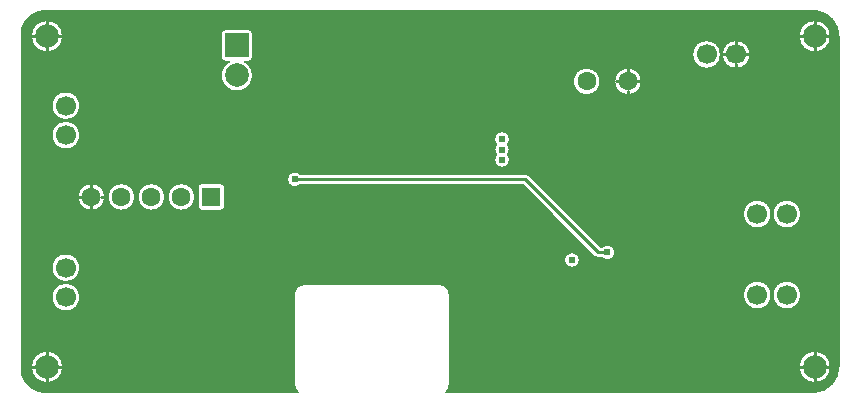
<source format=gbl>
G04 Layer: BottomLayer*
G04 EasyEDA Pro v2.2.45.4, 2026-02-21 16:19:53*
G04 Gerber Generator version 0.3*
G04 Scale: 100 percent, Rotated: No, Reflected: No*
G04 Dimensions in millimeters*
G04 Leading zeros omitted, absolute positions, 4 integers and 5 decimals*
G04 Generated by one-click*
%FSLAX45Y45*%
%MOMM*%
%ADD10C,0.2032*%
%ADD11C,0.254*%
%ADD12C,1.7*%
%ADD13C,1.6*%
%ADD14C,2.0*%
%ADD15R,2.0088X2.0*%
%ADD16R,2.0X2.0*%
%ADD17R,1.6X1.6*%
%ADD18C,0.61*%
G75*


G04 Copper Start*
G36*
G01X1742186Y-3098800D02*
G01X1744160Y-3117184D01*
G01X1749990Y-3134730D01*
G01X1759412Y-3150639D01*
G01X1771996Y-3164186D01*
G01X-372491Y-3164186D01*
G01X-401101Y-3160049D01*
G01X-428914Y-3152170D01*
G01X-455442Y-3140687D01*
G01X-480223Y-3125802D01*
G01X-502821Y-3107776D01*
G01X-522840Y-3086923D01*
G01X-539931Y-3063609D01*
G01X-553794Y-3038243D01*
G01X-564186Y-3011268D01*
G01X-564186Y-2950000D01*
G01X-485814Y-2950000D01*
G01X-483962Y-2972354D01*
G01X-478455Y-2994099D01*
G01X-469445Y-3014640D01*
G01X-457176Y-3033419D01*
G01X-441984Y-3049922D01*
G01X-424283Y-3063699D01*
G01X-404556Y-3074375D01*
G01X-383340Y-3081658D01*
G01X-361215Y-3085350D01*
G01X-338785Y-3085350D01*
G01X-316660Y-3081658D01*
G01X-295444Y-3074375D01*
G01X-275717Y-3063699D01*
G01X-258016Y-3049922D01*
G01X-242824Y-3033419D01*
G01X-230555Y-3014640D01*
G01X-221545Y-2994099D01*
G01X-216038Y-2972354D01*
G01X-214186Y-2950000D01*
G01X-216038Y-2927646D01*
G01X-221545Y-2905901D01*
G01X-230555Y-2885360D01*
G01X-242824Y-2866581D01*
G01X-258016Y-2850078D01*
G01X-275717Y-2836301D01*
G01X-295444Y-2825625D01*
G01X-316660Y-2818342D01*
G01X-338785Y-2814650D01*
G01X-361215Y-2814650D01*
G01X-383340Y-2818342D01*
G01X-404556Y-2825625D01*
G01X-424283Y-2836301D01*
G01X-441984Y-2850078D01*
G01X-457176Y-2866581D01*
G01X-469445Y-2885360D01*
G01X-478455Y-2905901D01*
G01X-483962Y-2927646D01*
G01X-485814Y-2950000D01*
G01X-485814Y-2950000D01*
G01X-564186Y-2950000D01*
G01X-564186Y-2360198D01*
G01X-311314Y-2360198D01*
G01X-309478Y-2381178D01*
G01X-304028Y-2401519D01*
G01X-295128Y-2420605D01*
G01X-283049Y-2437856D01*
G01X-268158Y-2452747D01*
G01X-250907Y-2464826D01*
G01X-231821Y-2473726D01*
G01X-211479Y-2479177D01*
G01X-190500Y-2481012D01*
G01X-169521Y-2479177D01*
G01X-149179Y-2473726D01*
G01X-130093Y-2464826D01*
G01X-112842Y-2452747D01*
G01X-97951Y-2437856D01*
G01X-85872Y-2420605D01*
G01X-76972Y-2401519D01*
G01X-71522Y-2381178D01*
G01X-69686Y-2360198D01*
G01X-71522Y-2339219D01*
G01X-76972Y-2318878D01*
G01X-85872Y-2299792D01*
G01X-97951Y-2282541D01*
G01X-112842Y-2267650D01*
G01X-130093Y-2255571D01*
G01X-149179Y-2246671D01*
G01X-169521Y-2241220D01*
G01X-190500Y-2239385D01*
G01X-190500Y-2239385D01*
G01X-211479Y-2241220D01*
G01X-231821Y-2246671D01*
G01X-250907Y-2255571D01*
G01X-268158Y-2267650D01*
G01X-283049Y-2282541D01*
G01X-295128Y-2299792D01*
G01X-304028Y-2318878D01*
G01X-309478Y-2339219D01*
G01X-311314Y-2360198D01*
G01X-564186Y-2360198D01*
G01X-564186Y-2110199D01*
G01X-311314Y-2110199D01*
G01X-309478Y-2131178D01*
G01X-304028Y-2151520D01*
G01X-295128Y-2170606D01*
G01X-283049Y-2187857D01*
G01X-268158Y-2202748D01*
G01X-250907Y-2214827D01*
G01X-231821Y-2223727D01*
G01X-211479Y-2229177D01*
G01X-190500Y-2231013D01*
G01X-169521Y-2229177D01*
G01X-149179Y-2223727D01*
G01X-130093Y-2214827D01*
G01X-112842Y-2202748D01*
G01X-97951Y-2187857D01*
G01X-85872Y-2170606D01*
G01X-76972Y-2151520D01*
G01X-71522Y-2131178D01*
G01X-69686Y-2110199D01*
G01X-71522Y-2089220D01*
G01X-76972Y-2068878D01*
G01X-85872Y-2049792D01*
G01X-88738Y-2045699D01*
G01X4028175Y-2045699D01*
G01X4030102Y-2061569D01*
G01X4035771Y-2076517D01*
G01X4044852Y-2089674D01*
G01X4056818Y-2100275D01*
G01X4070974Y-2107704D01*
G01X4086496Y-2111530D01*
G01X4102482Y-2111530D01*
G01X4118004Y-2107704D01*
G01X4132160Y-2100275D01*
G01X4144126Y-2089674D01*
G01X4153207Y-2076517D01*
G01X4158876Y-2061569D01*
G01X4160803Y-2045699D01*
G01X4158876Y-2029829D01*
G01X4153207Y-2014882D01*
G01X4144126Y-2001725D01*
G01X4132160Y-1991124D01*
G01X4118004Y-1983695D01*
G01X4102482Y-1979869D01*
G01X4086496Y-1979869D01*
G01X4070974Y-1983695D01*
G01X4056818Y-1991124D01*
G01X4044852Y-2001725D01*
G01X4035771Y-2014882D01*
G01X4030102Y-2029829D01*
G01X4028175Y-2045699D01*
G01X4028175Y-2045699D01*
G01X-88738Y-2045699D01*
G01X-97951Y-2032541D01*
G01X-112842Y-2017650D01*
G01X-130093Y-2005571D01*
G01X-149179Y-1996671D01*
G01X-169521Y-1991221D01*
G01X-190500Y-1989385D01*
G01X-190500Y-1989385D01*
G01X-211479Y-1991221D01*
G01X-231821Y-1996671D01*
G01X-250907Y-2005571D01*
G01X-268158Y-2017650D01*
G01X-283049Y-2032541D01*
G01X-295128Y-2049792D01*
G01X-304028Y-2068878D01*
G01X-309478Y-2089220D01*
G01X-311314Y-2110199D01*
G01X-564186Y-2110199D01*
G01X-564186Y-1511303D01*
G01X-90409Y-1511303D01*
G01X-88437Y-1532583D01*
G01X-82588Y-1553139D01*
G01X-73062Y-1572271D01*
G01X-60182Y-1589326D01*
G01X-44388Y-1603724D01*
G01X-26218Y-1614975D01*
G01X-6289Y-1622695D01*
G01X14719Y-1626622D01*
G01X36091Y-1626622D01*
G01X57099Y-1622695D01*
G01X77028Y-1614975D01*
G01X95199Y-1603724D01*
G01X110993Y-1589326D01*
G01X123872Y-1572271D01*
G01X133398Y-1553139D01*
G01X139247Y-1532583D01*
G01X141219Y-1511303D01*
G01X141219Y-1511303D01*
G01X163591Y-1511303D01*
G01X165563Y-1532583D01*
G01X171412Y-1553139D01*
G01X180938Y-1572271D01*
G01X193818Y-1589326D01*
G01X209612Y-1603724D01*
G01X227782Y-1614975D01*
G01X247711Y-1622695D01*
G01X268719Y-1626622D01*
G01X290091Y-1626622D01*
G01X311099Y-1622695D01*
G01X331028Y-1614975D01*
G01X349199Y-1603724D01*
G01X364993Y-1589326D01*
G01X377872Y-1572271D01*
G01X387398Y-1553139D01*
G01X393247Y-1532583D01*
G01X395219Y-1511303D01*
G01X395219Y-1511303D01*
G01X417591Y-1511303D01*
G01X419563Y-1532583D01*
G01X425412Y-1553139D01*
G01X434938Y-1572271D01*
G01X447818Y-1589326D01*
G01X463612Y-1603724D01*
G01X481782Y-1614975D01*
G01X501711Y-1622695D01*
G01X522719Y-1626622D01*
G01X544091Y-1626622D01*
G01X565099Y-1622695D01*
G01X585028Y-1614975D01*
G01X603199Y-1603724D01*
G01X618993Y-1589326D01*
G01X631872Y-1572271D01*
G01X641398Y-1553139D01*
G01X647247Y-1532583D01*
G01X649219Y-1511303D01*
G01X649219Y-1511303D01*
G01X649219Y-1511303D01*
G01X671591Y-1511303D01*
G01X673563Y-1532583D01*
G01X679412Y-1553139D01*
G01X688938Y-1572271D01*
G01X701818Y-1589326D01*
G01X717612Y-1603724D01*
G01X735782Y-1614975D01*
G01X755711Y-1622695D01*
G01X776719Y-1626622D01*
G01X798091Y-1626622D01*
G01X819099Y-1622695D01*
G01X839028Y-1614975D01*
G01X857199Y-1603724D01*
G01X872993Y-1589326D01*
G01X885872Y-1572271D01*
G01X895398Y-1553139D01*
G01X901247Y-1532583D01*
G01X903219Y-1511303D01*
G01X903219Y-1511303D01*
G01X901247Y-1490022D01*
G01X895398Y-1469466D01*
G01X885872Y-1450334D01*
G01X872993Y-1433279D01*
G01X870824Y-1431303D01*
G01X925591Y-1431303D01*
G01X925591Y-1591302D01*
G01X927344Y-1602370D01*
G01X932431Y-1612353D01*
G01X940354Y-1620277D01*
G01X950338Y-1625364D01*
G01X961405Y-1627116D01*
G01X1121405Y-1627116D01*
G01X1132472Y-1625364D01*
G01X1142456Y-1620277D01*
G01X1150379Y-1612353D01*
G01X1155466Y-1602370D01*
G01X1157219Y-1591302D01*
G01X1157219Y-1431303D01*
G01X1155466Y-1420236D01*
G01X1150379Y-1410252D01*
G01X1142456Y-1402329D01*
G01X1132472Y-1397242D01*
G01X1121405Y-1395489D01*
G01X961405Y-1395489D01*
G01X961405Y-1395489D01*
G01X950338Y-1397242D01*
G01X940354Y-1402329D01*
G01X932431Y-1410252D01*
G01X927344Y-1420236D01*
G01X925591Y-1431303D01*
G01X870824Y-1431303D01*
G01X857199Y-1418881D01*
G01X839028Y-1407630D01*
G01X819099Y-1399910D01*
G01X798091Y-1395983D01*
G01X776719Y-1395983D01*
G01X755711Y-1399910D01*
G01X735782Y-1407630D01*
G01X717612Y-1418881D01*
G01X701818Y-1433279D01*
G01X688938Y-1450334D01*
G01X679412Y-1469466D01*
G01X673563Y-1490022D01*
G01X671591Y-1511303D01*
G01X649219Y-1511303D01*
G01X647247Y-1490022D01*
G01X641398Y-1469466D01*
G01X631872Y-1450334D01*
G01X618993Y-1433279D01*
G01X603199Y-1418881D01*
G01X585028Y-1407630D01*
G01X565099Y-1399910D01*
G01X544091Y-1395983D01*
G01X522719Y-1395983D01*
G01X501711Y-1399910D01*
G01X481782Y-1407630D01*
G01X463612Y-1418881D01*
G01X447818Y-1433279D01*
G01X434938Y-1450334D01*
G01X425412Y-1469466D01*
G01X419563Y-1490022D01*
G01X417591Y-1511303D01*
G01X395219Y-1511303D01*
G01X395219Y-1511303D01*
G01X393247Y-1490022D01*
G01X387398Y-1469466D01*
G01X377872Y-1450334D01*
G01X364993Y-1433279D01*
G01X349199Y-1418881D01*
G01X331028Y-1407630D01*
G01X311099Y-1399910D01*
G01X290091Y-1395983D01*
G01X268719Y-1395983D01*
G01X247711Y-1399910D01*
G01X227782Y-1407630D01*
G01X209612Y-1418881D01*
G01X193818Y-1433279D01*
G01X180938Y-1450334D01*
G01X171412Y-1469466D01*
G01X165563Y-1490022D01*
G01X163591Y-1511303D01*
G01X141219Y-1511303D01*
G01X139247Y-1490022D01*
G01X133398Y-1469466D01*
G01X123872Y-1450334D01*
G01X110993Y-1433279D01*
G01X95199Y-1418881D01*
G01X77028Y-1407630D01*
G01X57099Y-1399910D01*
G01X36091Y-1395983D01*
G01X14719Y-1395983D01*
G01X-6289Y-1399910D01*
G01X-26218Y-1407630D01*
G01X-44388Y-1418881D01*
G01X-60182Y-1433279D01*
G01X-73062Y-1450334D01*
G01X-82588Y-1469466D01*
G01X-88437Y-1490022D01*
G01X-90409Y-1511303D01*
G01X-564186Y-1511303D01*
G01X-564186Y-1362487D01*
G01X1682151Y-1362487D01*
G01X1683929Y-1377740D01*
G01X1689168Y-1392176D01*
G01X1697587Y-1405019D01*
G01X1708735Y-1415581D01*
G01X1722013Y-1423296D01*
G01X1736709Y-1427750D01*
G01X1752036Y-1428705D01*
G01X1767172Y-1426108D01*
G01X1781304Y-1420099D01*
G01X1793675Y-1411001D01*
G01X3679192Y-1411001D01*
G01X4283695Y-2015505D01*
G01X4283695Y-2015505D01*
G01X4293743Y-2023214D01*
G01X4305444Y-2028061D01*
G01X4318000Y-2029714D01*
G01X4348990Y-2029714D01*
G01X4361361Y-2038812D01*
G01X4375494Y-2044821D01*
G01X4390629Y-2047418D01*
G01X4405956Y-2046464D01*
G01X4420653Y-2042010D01*
G01X4433931Y-2034294D01*
G01X4445078Y-2023732D01*
G01X4453497Y-2010889D01*
G01X4458736Y-1996453D01*
G01X4460514Y-1981200D01*
G01X4458736Y-1965947D01*
G01X4453497Y-1951511D01*
G01X4445078Y-1938668D01*
G01X4433931Y-1928106D01*
G01X4420653Y-1920390D01*
G01X4405956Y-1915936D01*
G01X4390629Y-1914982D01*
G01X4375494Y-1917579D01*
G01X4361361Y-1923588D01*
G01X4348990Y-1932686D01*
G01X4338095Y-1932686D01*
G01X4061489Y-1656080D01*
G01X5542845Y-1656080D01*
G01X5544681Y-1677059D01*
G01X5550131Y-1697401D01*
G01X5559031Y-1716487D01*
G01X5571110Y-1733738D01*
G01X5586001Y-1748629D01*
G01X5603252Y-1760708D01*
G01X5622338Y-1769608D01*
G01X5642680Y-1775058D01*
G01X5663659Y-1776894D01*
G01X5684638Y-1775058D01*
G01X5704980Y-1769608D01*
G01X5724066Y-1760708D01*
G01X5741317Y-1748629D01*
G01X5756208Y-1733738D01*
G01X5768287Y-1716487D01*
G01X5777187Y-1697401D01*
G01X5782637Y-1677059D01*
G01X5784473Y-1656080D01*
G01X5792845Y-1656080D01*
G01X5794680Y-1677059D01*
G01X5800131Y-1697401D01*
G01X5809031Y-1716487D01*
G01X5821110Y-1733738D01*
G01X5836001Y-1748629D01*
G01X5853252Y-1760708D01*
G01X5872338Y-1769608D01*
G01X5892679Y-1775058D01*
G01X5913658Y-1776894D01*
G01X5934638Y-1775058D01*
G01X5954979Y-1769608D01*
G01X5974065Y-1760708D01*
G01X5991316Y-1748629D01*
G01X6006207Y-1733738D01*
G01X6018286Y-1716487D01*
G01X6027186Y-1697401D01*
G01X6032637Y-1677059D01*
G01X6034472Y-1656080D01*
G01X6032637Y-1635101D01*
G01X6027186Y-1614759D01*
G01X6018286Y-1595673D01*
G01X6006207Y-1578422D01*
G01X5991316Y-1563531D01*
G01X5974065Y-1551452D01*
G01X5954979Y-1542552D01*
G01X5934638Y-1537102D01*
G01X5913658Y-1535266D01*
G01X5892679Y-1537102D01*
G01X5872338Y-1542552D01*
G01X5853252Y-1551452D01*
G01X5836001Y-1563531D01*
G01X5821110Y-1578422D01*
G01X5809031Y-1595673D01*
G01X5800131Y-1614759D01*
G01X5794680Y-1635101D01*
G01X5792845Y-1656080D01*
G01X5792845Y-1656080D01*
G01X5784473Y-1656080D01*
G01X5782637Y-1635101D01*
G01X5777187Y-1614759D01*
G01X5768287Y-1595673D01*
G01X5756208Y-1578422D01*
G01X5741317Y-1563531D01*
G01X5724066Y-1551452D01*
G01X5704980Y-1542552D01*
G01X5684638Y-1537102D01*
G01X5663659Y-1535266D01*
G01X5642680Y-1537102D01*
G01X5622338Y-1542552D01*
G01X5603252Y-1551452D01*
G01X5586001Y-1563531D01*
G01X5571110Y-1578422D01*
G01X5559031Y-1595673D01*
G01X5550131Y-1614759D01*
G01X5544681Y-1635101D01*
G01X5542845Y-1656080D01*
G01X5542845Y-1656080D01*
G01X4061489Y-1656080D01*
G01X3733591Y-1328182D01*
G01X3723544Y-1320472D01*
G01X3711843Y-1315626D01*
G01X3699287Y-1313973D01*
G01X1793675Y-1313973D01*
G01X1781304Y-1304874D01*
G01X1767172Y-1298866D01*
G01X1752036Y-1296269D01*
G01X1736709Y-1297223D01*
G01X1722013Y-1301677D01*
G01X1708735Y-1309392D01*
G01X1697587Y-1319955D01*
G01X1689168Y-1332798D01*
G01X1683929Y-1347233D01*
G01X1682151Y-1362487D01*
G01X-564186Y-1362487D01*
G01X-564186Y-1109980D01*
G01X3436346Y-1109980D01*
G01X3438324Y-1126056D01*
G01X3444141Y-1141174D01*
G01X3453449Y-1154430D01*
G01X3453449Y-1154430D01*
G01X3444594Y-1166851D01*
G01X3438811Y-1180967D01*
G01X3436407Y-1196030D01*
G01X3437509Y-1211245D01*
G01X3442058Y-1225805D01*
G01X3449814Y-1238940D01*
G01X3460366Y-1249956D01*
G01X3473156Y-1258269D01*
G01X3487507Y-1263440D01*
G01X3502660Y-1265194D01*
G01X3517813Y-1263440D01*
G01X3532164Y-1258269D01*
G01X3544954Y-1249956D01*
G01X3555506Y-1238940D01*
G01X3563262Y-1225805D01*
G01X3567811Y-1211245D01*
G01X3568913Y-1196030D01*
G01X3566509Y-1180967D01*
G01X3560726Y-1166851D01*
G01X3551871Y-1154430D01*
G01X3561179Y-1141174D01*
G01X3566996Y-1126056D01*
G01X3568974Y-1109980D01*
G01X3566996Y-1093904D01*
G01X3561179Y-1078786D01*
G01X3551871Y-1065530D01*
G01X3560726Y-1053109D01*
G01X3566509Y-1038993D01*
G01X3568913Y-1023930D01*
G01X3567811Y-1008715D01*
G01X3563262Y-994155D01*
G01X3555506Y-981020D01*
G01X3544954Y-970004D01*
G01X3532164Y-961691D01*
G01X3517813Y-956520D01*
G01X3502660Y-954766D01*
G01X3487507Y-956520D01*
G01X3473156Y-961691D01*
G01X3460366Y-970004D01*
G01X3449814Y-981020D01*
G01X3442058Y-994155D01*
G01X3437509Y-1008715D01*
G01X3436407Y-1023930D01*
G01X3438811Y-1038993D01*
G01X3444594Y-1053109D01*
G01X3453449Y-1065530D01*
G01X3444141Y-1078786D01*
G01X3438324Y-1093904D01*
G01X3436346Y-1109980D01*
G01X-564186Y-1109980D01*
G01X-564186Y-988598D01*
G01X-311314Y-988598D01*
G01X-309478Y-1009578D01*
G01X-304028Y-1029919D01*
G01X-295128Y-1049005D01*
G01X-283049Y-1066256D01*
G01X-268158Y-1081147D01*
G01X-250907Y-1093226D01*
G01X-231821Y-1102126D01*
G01X-211479Y-1107577D01*
G01X-190500Y-1109412D01*
G01X-169521Y-1107577D01*
G01X-149179Y-1102126D01*
G01X-130093Y-1093226D01*
G01X-112842Y-1081147D01*
G01X-97951Y-1066256D01*
G01X-85872Y-1049005D01*
G01X-76972Y-1029919D01*
G01X-71522Y-1009578D01*
G01X-69686Y-988598D01*
G01X-71522Y-967619D01*
G01X-76972Y-947278D01*
G01X-85872Y-928192D01*
G01X-97951Y-910941D01*
G01X-112842Y-896050D01*
G01X-130093Y-883971D01*
G01X-149179Y-875071D01*
G01X-169521Y-869620D01*
G01X-190500Y-867785D01*
G01X-190500Y-867785D01*
G01X-211479Y-869620D01*
G01X-231821Y-875071D01*
G01X-250907Y-883971D01*
G01X-268158Y-896050D01*
G01X-283049Y-910941D01*
G01X-295128Y-928192D01*
G01X-304028Y-947278D01*
G01X-309478Y-967619D01*
G01X-311314Y-988598D01*
G01X-564186Y-988598D01*
G01X-564186Y-738599D01*
G01X-311314Y-738599D01*
G01X-309478Y-759578D01*
G01X-304028Y-779920D01*
G01X-295128Y-799006D01*
G01X-283049Y-816257D01*
G01X-268158Y-831148D01*
G01X-250907Y-843227D01*
G01X-231821Y-852127D01*
G01X-211479Y-857577D01*
G01X-190500Y-859413D01*
G01X-169521Y-857577D01*
G01X-149179Y-852127D01*
G01X-130093Y-843227D01*
G01X-112842Y-831148D01*
G01X-97951Y-816257D01*
G01X-85872Y-799006D01*
G01X-76972Y-779920D01*
G01X-71522Y-759578D01*
G01X-69686Y-738599D01*
G01X-71522Y-717620D01*
G01X-76972Y-697278D01*
G01X-85872Y-678192D01*
G01X-97951Y-660941D01*
G01X-112842Y-646050D01*
G01X-130093Y-633971D01*
G01X-149179Y-625071D01*
G01X-169521Y-619621D01*
G01X-190500Y-617785D01*
G01X-190500Y-617785D01*
G01X-211479Y-619621D01*
G01X-231821Y-625071D01*
G01X-250907Y-633971D01*
G01X-268158Y-646050D01*
G01X-283049Y-660941D01*
G01X-295128Y-678192D01*
G01X-304028Y-697278D01*
G01X-309478Y-717620D01*
G01X-311314Y-738599D01*
G01X-564186Y-738599D01*
G01X-564186Y-150000D01*
G01X-485814Y-150000D01*
G01X-483962Y-172354D01*
G01X-478455Y-194099D01*
G01X-469445Y-214640D01*
G01X-457176Y-233419D01*
G01X-441984Y-249922D01*
G01X-424283Y-263699D01*
G01X-404556Y-274375D01*
G01X-383340Y-281658D01*
G01X-361215Y-285350D01*
G01X-338785Y-285350D01*
G01X-316660Y-281658D01*
G01X-295444Y-274375D01*
G01X-275717Y-263699D01*
G01X-258016Y-249922D01*
G01X-242824Y-233419D01*
G01X-230555Y-214640D01*
G01X-221545Y-194099D01*
G01X-216038Y-172354D01*
G01X-214186Y-150000D01*
G01X-215959Y-128600D01*
G01X1121486Y-128600D01*
G01X1121486Y-328600D01*
G01X1123239Y-339667D01*
G01X1128326Y-349651D01*
G01X1136249Y-357574D01*
G01X1146233Y-362661D01*
G01X1157300Y-364414D01*
G01X1190387Y-364414D01*
G01X1171973Y-376937D01*
G01X1155853Y-392301D01*
G01X1142460Y-410093D01*
G01X1132155Y-429834D01*
G01X1125215Y-450994D01*
G01X1121826Y-473004D01*
G01X1122079Y-495271D01*
G01X1125967Y-517198D01*
G01X1133386Y-538195D01*
G01X1144137Y-557697D01*
G01X1157930Y-575180D01*
G01X1174395Y-590174D01*
G01X1193089Y-602276D01*
G01X1213509Y-611160D01*
G01X1235106Y-616588D01*
G01X1257300Y-618414D01*
G01X1279494Y-616588D01*
G01X1301091Y-611160D01*
G01X1321511Y-602276D01*
G01X1340205Y-590174D01*
G01X1356670Y-575180D01*
G01X1370463Y-557697D01*
G01X1381214Y-538195D01*
G01X1386685Y-522712D01*
G01X4103884Y-522712D01*
G01X4103884Y-544083D01*
G01X4107811Y-565091D01*
G01X4115532Y-585020D01*
G01X4126783Y-603191D01*
G01X4141181Y-618985D01*
G01X4158236Y-631864D01*
G01X4177367Y-641391D01*
G01X4197923Y-647239D01*
G01X4219204Y-649211D01*
G01X4219204Y-649211D01*
G01X4240485Y-647239D01*
G01X4261041Y-641391D01*
G01X4280172Y-631864D01*
G01X4297227Y-618985D01*
G01X4311626Y-603191D01*
G01X4322876Y-585020D01*
G01X4330597Y-565091D01*
G01X4334524Y-544083D01*
G01X4334524Y-522712D01*
G01X4334524Y-522712D01*
G01X4453896Y-522712D01*
G01X4453896Y-544083D01*
G01X4457823Y-565091D01*
G01X4465544Y-585020D01*
G01X4476795Y-603191D01*
G01X4491193Y-618985D01*
G01X4508248Y-631864D01*
G01X4527379Y-641391D01*
G01X4547935Y-647239D01*
G01X4569216Y-649211D01*
G01X4569216Y-649211D01*
G01X4590497Y-647239D01*
G01X4611053Y-641391D01*
G01X4630184Y-631864D01*
G01X4647239Y-618985D01*
G01X4661638Y-603191D01*
G01X4672888Y-585020D01*
G01X4680609Y-565091D01*
G01X4684536Y-544083D01*
G01X4684536Y-522712D01*
G01X4680609Y-501703D01*
G01X4672888Y-481775D01*
G01X4661638Y-463604D01*
G01X4647239Y-447810D01*
G01X4630184Y-434931D01*
G01X4611053Y-425404D01*
G01X4590497Y-419556D01*
G01X4569216Y-417584D01*
G01X4547935Y-419556D01*
G01X4527379Y-425404D01*
G01X4508248Y-434931D01*
G01X4491193Y-447810D01*
G01X4476795Y-463604D01*
G01X4465544Y-481775D01*
G01X4457823Y-501703D01*
G01X4453896Y-522712D01*
G01X4334524Y-522712D01*
G01X4330597Y-501703D01*
G01X4322876Y-481775D01*
G01X4311626Y-463604D01*
G01X4297227Y-447810D01*
G01X4280172Y-434931D01*
G01X4261041Y-425404D01*
G01X4240485Y-419556D01*
G01X4219204Y-417584D01*
G01X4197923Y-419556D01*
G01X4177367Y-425404D01*
G01X4158236Y-434931D01*
G01X4141181Y-447810D01*
G01X4126783Y-463604D01*
G01X4115532Y-481775D01*
G01X4107811Y-501703D01*
G01X4103884Y-522712D01*
G01X1386685Y-522712D01*
G01X1388633Y-517198D01*
G01X1392521Y-495271D01*
G01X1392774Y-473004D01*
G01X1389385Y-450994D01*
G01X1382445Y-429834D01*
G01X1372140Y-410093D01*
G01X1358747Y-392301D01*
G01X1342627Y-376937D01*
G01X1324213Y-364414D01*
G01X1357300Y-364414D01*
G01X1357300Y-364414D01*
G01X1368367Y-362661D01*
G01X1378351Y-357574D01*
G01X1386274Y-349651D01*
G01X1391361Y-339667D01*
G01X1393114Y-328600D01*
G01X1393114Y-304800D01*
G01X5113585Y-304800D01*
G01X5115421Y-325779D01*
G01X5120871Y-346121D01*
G01X5129771Y-365207D01*
G01X5141850Y-382458D01*
G01X5156741Y-397349D01*
G01X5173992Y-409428D01*
G01X5193078Y-418328D01*
G01X5213420Y-423778D01*
G01X5234399Y-425614D01*
G01X5255378Y-423778D01*
G01X5275720Y-418328D01*
G01X5294806Y-409428D01*
G01X5312057Y-397349D01*
G01X5326948Y-382458D01*
G01X5339027Y-365207D01*
G01X5347927Y-346121D01*
G01X5353377Y-325779D01*
G01X5355213Y-304800D01*
G01X5363585Y-304800D01*
G01X5365420Y-325779D01*
G01X5370871Y-346121D01*
G01X5379771Y-365207D01*
G01X5391850Y-382458D01*
G01X5406741Y-397349D01*
G01X5423992Y-409428D01*
G01X5443078Y-418328D01*
G01X5463419Y-423778D01*
G01X5484398Y-425614D01*
G01X5505378Y-423778D01*
G01X5525719Y-418328D01*
G01X5544805Y-409428D01*
G01X5562056Y-397349D01*
G01X5576947Y-382458D01*
G01X5589026Y-365207D01*
G01X5597926Y-346121D01*
G01X5603377Y-325779D01*
G01X5605212Y-304800D01*
G01X5603377Y-283821D01*
G01X5597926Y-263479D01*
G01X5589026Y-244393D01*
G01X5576947Y-227142D01*
G01X5562056Y-212251D01*
G01X5544805Y-200172D01*
G01X5525719Y-191272D01*
G01X5505378Y-185822D01*
G01X5484398Y-183986D01*
G01X5463419Y-185822D01*
G01X5443078Y-191272D01*
G01X5423992Y-200172D01*
G01X5406741Y-212251D01*
G01X5391850Y-227142D01*
G01X5379771Y-244393D01*
G01X5370871Y-263479D01*
G01X5365420Y-283821D01*
G01X5363585Y-304800D01*
G01X5363585Y-304800D01*
G01X5355213Y-304800D01*
G01X5353377Y-283821D01*
G01X5347927Y-263479D01*
G01X5339027Y-244393D01*
G01X5326948Y-227142D01*
G01X5312057Y-212251D01*
G01X5294806Y-200172D01*
G01X5275720Y-191272D01*
G01X5255378Y-185822D01*
G01X5234399Y-183986D01*
G01X5213420Y-185822D01*
G01X5193078Y-191272D01*
G01X5173992Y-200172D01*
G01X5156741Y-212251D01*
G01X5141850Y-227142D01*
G01X5129771Y-244393D01*
G01X5120871Y-263479D01*
G01X5115421Y-283821D01*
G01X5113585Y-304800D01*
G01X5113585Y-304800D01*
G01X1393114Y-304800D01*
G01X1393114Y-150000D01*
G01X6014186Y-150000D01*
G01X6016038Y-172354D01*
G01X6021545Y-194099D01*
G01X6030555Y-214640D01*
G01X6042824Y-233419D01*
G01X6058016Y-249922D01*
G01X6075717Y-263699D01*
G01X6095444Y-274375D01*
G01X6116660Y-281658D01*
G01X6138784Y-285350D01*
G01X6161215Y-285350D01*
G01X6183340Y-281658D01*
G01X6204556Y-274375D01*
G01X6224283Y-263699D01*
G01X6241984Y-249922D01*
G01X6257176Y-233419D01*
G01X6269445Y-214640D01*
G01X6278455Y-194099D01*
G01X6283962Y-172354D01*
G01X6285814Y-150000D01*
G01X6283962Y-127646D01*
G01X6278455Y-105901D01*
G01X6269445Y-85360D01*
G01X6257176Y-66581D01*
G01X6241984Y-50078D01*
G01X6224283Y-36301D01*
G01X6204556Y-25625D01*
G01X6183340Y-18342D01*
G01X6161215Y-14650D01*
G01X6138784Y-14650D01*
G01X6116660Y-18342D01*
G01X6095444Y-25625D01*
G01X6075717Y-36301D01*
G01X6058016Y-50078D01*
G01X6042824Y-66581D01*
G01X6030555Y-85360D01*
G01X6021545Y-105901D01*
G01X6016038Y-127646D01*
G01X6014186Y-150000D01*
G01X6014186Y-150000D01*
G01X1393114Y-150000D01*
G01X1393114Y-128600D01*
G01X1391361Y-117533D01*
G01X1386274Y-107549D01*
G01X1378351Y-99626D01*
G01X1368367Y-94539D01*
G01X1357300Y-92786D01*
G01X1157300Y-92786D01*
G01X1146233Y-94539D01*
G01X1136249Y-99626D01*
G01X1128326Y-107549D01*
G01X1123239Y-117533D01*
G01X1121486Y-128600D01*
G01X-215959Y-128600D01*
G01X-216038Y-127646D01*
G01X-221545Y-105901D01*
G01X-230555Y-85360D01*
G01X-242824Y-66581D01*
G01X-258016Y-50078D01*
G01X-275717Y-36301D01*
G01X-295444Y-25625D01*
G01X-316660Y-18342D01*
G01X-338785Y-14650D01*
G01X-361215Y-14650D01*
G01X-383340Y-18342D01*
G01X-404556Y-25625D01*
G01X-424283Y-36301D01*
G01X-441984Y-50078D01*
G01X-457176Y-66581D01*
G01X-469445Y-85360D01*
G01X-478455Y-105901D01*
G01X-483962Y-127646D01*
G01X-485814Y-150000D01*
G01X-485814Y-150000D01*
G01X-564186Y-150000D01*
G01X-564186Y-87532D01*
G01X-554331Y-61725D01*
G01X-541298Y-37369D01*
G01X-525296Y-14852D01*
G01X-506579Y5465D01*
G01X-485448Y23257D01*
G01X-462240Y38241D01*
G01X-437327Y50175D01*
G01X-411107Y58870D01*
G01X-383999Y64186D01*
G01X6162499Y64186D01*
G01X6190536Y58624D01*
G01X6217607Y49448D01*
G01X6243248Y36816D01*
G01X6267020Y20944D01*
G01X6288516Y2104D01*
G01X6307369Y-19381D01*
G01X6323254Y-43144D01*
G01X6335900Y-68778D01*
G01X6345091Y-95844D01*
G01X6350670Y-123878D01*
G01X6352540Y-152400D01*
G01X6352540Y-2946400D01*
G01X6350530Y-2975965D01*
G01X6344537Y-3004986D01*
G01X6334671Y-3032929D01*
G01X6321114Y-3059279D01*
G01X6304116Y-3083552D01*
G01X6283988Y-3105301D01*
G01X6261102Y-3124126D01*
G01X6235879Y-3139680D01*
G01X6208783Y-3151677D01*
G01X6180312Y-3159896D01*
G01X6150991Y-3164186D01*
G01X3028604Y-3164186D01*
G01X3041188Y-3150639D01*
G01X3050610Y-3134730D01*
G01X3056440Y-3117184D01*
G01X3058414Y-3098800D01*
G01X3058414Y-2950000D01*
G01X6014186Y-2950000D01*
G01X6016038Y-2972354D01*
G01X6021545Y-2994099D01*
G01X6030555Y-3014640D01*
G01X6042824Y-3033419D01*
G01X6058016Y-3049922D01*
G01X6075717Y-3063699D01*
G01X6095444Y-3074375D01*
G01X6116660Y-3081658D01*
G01X6138784Y-3085350D01*
G01X6161215Y-3085350D01*
G01X6183340Y-3081658D01*
G01X6204556Y-3074375D01*
G01X6224283Y-3063699D01*
G01X6241984Y-3049922D01*
G01X6257176Y-3033419D01*
G01X6269445Y-3014640D01*
G01X6278455Y-2994099D01*
G01X6283962Y-2972354D01*
G01X6285814Y-2950000D01*
G01X6283962Y-2927646D01*
G01X6278455Y-2905901D01*
G01X6269445Y-2885360D01*
G01X6257176Y-2866581D01*
G01X6241984Y-2850078D01*
G01X6224283Y-2836301D01*
G01X6204556Y-2825625D01*
G01X6183340Y-2818342D01*
G01X6161215Y-2814650D01*
G01X6138784Y-2814650D01*
G01X6116660Y-2818342D01*
G01X6095444Y-2825625D01*
G01X6075717Y-2836301D01*
G01X6058016Y-2850078D01*
G01X6042824Y-2866581D01*
G01X6030555Y-2885360D01*
G01X6021545Y-2905901D01*
G01X6016038Y-2927646D01*
G01X6014186Y-2950000D01*
G01X6014186Y-2950000D01*
G01X3058414Y-2950000D01*
G01X3058414Y-2341880D01*
G01X5542845Y-2341880D01*
G01X5544681Y-2362859D01*
G01X5550131Y-2383201D01*
G01X5559031Y-2402287D01*
G01X5571110Y-2419538D01*
G01X5586001Y-2434429D01*
G01X5603252Y-2446508D01*
G01X5622338Y-2455408D01*
G01X5642680Y-2460858D01*
G01X5663659Y-2462694D01*
G01X5684638Y-2460858D01*
G01X5704980Y-2455408D01*
G01X5724066Y-2446508D01*
G01X5741317Y-2434429D01*
G01X5756208Y-2419538D01*
G01X5768287Y-2402287D01*
G01X5777187Y-2383201D01*
G01X5782637Y-2362859D01*
G01X5784473Y-2341880D01*
G01X5792845Y-2341880D01*
G01X5794680Y-2362859D01*
G01X5800131Y-2383201D01*
G01X5809031Y-2402287D01*
G01X5821110Y-2419538D01*
G01X5836001Y-2434429D01*
G01X5853252Y-2446508D01*
G01X5872338Y-2455408D01*
G01X5892679Y-2460858D01*
G01X5913658Y-2462694D01*
G01X5934638Y-2460858D01*
G01X5954979Y-2455408D01*
G01X5974065Y-2446508D01*
G01X5991316Y-2434429D01*
G01X6006207Y-2419538D01*
G01X6018286Y-2402287D01*
G01X6027186Y-2383201D01*
G01X6032637Y-2362859D01*
G01X6034472Y-2341880D01*
G01X6032637Y-2320901D01*
G01X6027186Y-2300559D01*
G01X6018286Y-2281473D01*
G01X6006207Y-2264222D01*
G01X5991316Y-2249331D01*
G01X5974065Y-2237252D01*
G01X5954979Y-2228352D01*
G01X5934638Y-2222902D01*
G01X5913658Y-2221066D01*
G01X5892679Y-2222902D01*
G01X5872338Y-2228352D01*
G01X5853252Y-2237252D01*
G01X5836001Y-2249331D01*
G01X5821110Y-2264222D01*
G01X5809031Y-2281473D01*
G01X5800131Y-2300559D01*
G01X5794680Y-2320901D01*
G01X5792845Y-2341880D01*
G01X5792845Y-2341880D01*
G01X5784473Y-2341880D01*
G01X5782637Y-2320901D01*
G01X5777187Y-2300559D01*
G01X5768287Y-2281473D01*
G01X5756208Y-2264222D01*
G01X5741317Y-2249331D01*
G01X5724066Y-2237252D01*
G01X5704980Y-2228352D01*
G01X5684638Y-2222902D01*
G01X5663659Y-2221066D01*
G01X5642680Y-2222902D01*
G01X5622338Y-2228352D01*
G01X5603252Y-2237252D01*
G01X5586001Y-2249331D01*
G01X5571110Y-2264222D01*
G01X5559031Y-2281473D01*
G01X5550131Y-2300559D01*
G01X5544681Y-2320901D01*
G01X5542845Y-2341880D01*
G01X5542845Y-2341880D01*
G01X3058414Y-2341880D01*
G01X3058414Y-2336800D01*
G01X3056750Y-2319902D01*
G01X3051821Y-2303654D01*
G01X3043817Y-2288680D01*
G01X3033045Y-2275555D01*
G01X3019920Y-2264783D01*
G01X3004946Y-2256779D01*
G01X2988698Y-2251850D01*
G01X2971800Y-2250186D01*
G01X1828800Y-2250186D01*
G01X1811902Y-2251850D01*
G01X1795654Y-2256779D01*
G01X1780680Y-2264783D01*
G01X1767555Y-2275555D01*
G01X1756783Y-2288680D01*
G01X1748779Y-2303654D01*
G01X1743850Y-2319902D01*
G01X1742186Y-2336800D01*
G01X1742186Y-3098800D01*
G37*
G54D10*
G01X1742186Y-3098800D02*
G03X1771996Y-3164186I86614J0D01*
G01X-372491Y-3164186D01*
G02X-564186Y-3011268I16891J217786D01*
G01X-564186Y-87532D01*
G02X-383999Y64186I208586J-64868D01*
G01X6162499Y64186D01*
G02X6352540Y-152400I-28399J-216586D01*
G01X6352540Y-2946400D01*
G02X6150991Y-3164186I-218440J0D01*
G01X3028604Y-3164186D01*
G03X3058414Y-3098800I-56804J65386D01*
G01X3058414Y-2336800D01*
G03X2971800Y-2250186I-86614J0D01*
G01X1828800Y-2250186D01*
G03X1742186Y-2336800I0J-86614D01*
G01X1742186Y-3098800D01*
G01X-485814Y-150000D02*
G03X-214186Y-150000I135814J0D01*
G03X-485814Y-150000I-135814J0D01*
G01X-485814Y-2950000D02*
G03X-214186Y-2950000I135814J0D01*
G03X-485814Y-2950000I-135814J0D01*
G01X-190500Y-617785D02*
G03X-190500Y-859413I0J-120814D01*
G03X-190500Y-617785I0J120814D01*
G01X-190500Y-2239385D02*
G03X-190500Y-2481012I0J-120814D01*
G03X-190500Y-2239385I0J120814D01*
G01X-190500Y-1989385D02*
G03X-190500Y-2231013I0J-120814D01*
G03X-190500Y-1989385I0J120814D01*
G01X-190500Y-867785D02*
G03X-190500Y-1109412I0J-120814D01*
G03X-190500Y-867785I0J120814D01*
G01X141219Y-1511303D02*
G03X-90409Y-1511303I-115814J0D01*
G03X141219Y-1511303I115814J0D01*
G01X395219Y-1511303D02*
G03X163591Y-1511303I-115814J0D01*
G03X395219Y-1511303I115814J0D01*
G01X649219Y-1511303D02*
G03X417591Y-1511303I-115814J0D01*
G03X649219Y-1511303I115814J0D01*
G01X903219Y-1511303D02*
G03X671591Y-1511303I-115814J0D01*
G03X903219Y-1511303I115814J0D01*
G01X961405Y-1395489D02*
G03X925591Y-1431303I0J-35814D01*
G01X925591Y-1591302D01*
G03X961405Y-1627116I35814J0D01*
G01X1121405Y-1627116D01*
G03X1157219Y-1591302I0J35814D01*
G01X1157219Y-1431303D01*
G03X1121405Y-1395489I-35814J0D01*
G01X961405Y-1395489D01*
G01X1357300Y-364414D02*
G03X1393114Y-328600I0J35814D01*
G01X1393114Y-128600D01*
G03X1357300Y-92786I-35814J0D01*
G01X1157300Y-92786D01*
G03X1121486Y-128600I0J-35814D01*
G01X1121486Y-328600D01*
G03X1157300Y-364414I35814J0D01*
G01X1190387Y-364414D01*
G03X1257300Y-618414I66913J-118186D01*
G03X1324213Y-364414I0J135814D01*
G01X1357300Y-364414D01*
G01X4283695Y-2015505D02*
G03X4318000Y-2029714I34305J34305D01*
G01X4348990Y-2029714D01*
G03X4460514Y-1981200I45210J48514D01*
G03X4348990Y-1932686I-66314J0D01*
G01X4338095Y-1932686D01*
G01X3733591Y-1328182D01*
G03X3699287Y-1313973I-34305J-34305D01*
G01X1793675Y-1313973D01*
G03X1682151Y-1362487I-45210J-48514D01*
G03X1793675Y-1411001I66314J0D01*
G01X3679192Y-1411001D01*
G01X4283695Y-2015505D01*
G01X3453449Y-1154430D02*
G03X3502660Y-1265194I49211J-44450D01*
G03X3551871Y-1154430I0J66314D01*
G03X3551871Y-1065530I-49211J44450D01*
G03X3502660Y-954766I-49211J44450D01*
G03X3453449Y-1065530I0J-66314D01*
G03X3453449Y-1154430I49211J-44450D01*
G01X4028175Y-2045699D02*
G03X4160803Y-2045699I66314J0D01*
G03X4028175Y-2045699I-66314J0D01*
G01X4219204Y-649211D02*
G03X4219204Y-417584I0J115814D01*
G03X4219204Y-649211I0J-115814D01*
G01X4569216Y-649211D02*
G03X4569216Y-417584I0J115814D01*
G03X4569216Y-649211I0J-115814D01*
G01X5113585Y-304800D02*
G03X5355213Y-304800I120814J0D01*
G03X5113585Y-304800I-120814J0D01*
G01X5363585Y-304800D02*
G03X5605212Y-304800I120814J0D01*
G03X5363585Y-304800I-120814J0D01*
G01X5542845Y-2341880D02*
G03X5784473Y-2341880I120814J0D01*
G03X5542845Y-2341880I-120814J0D01*
G01X5542845Y-1656080D02*
G03X5784473Y-1656080I120814J0D01*
G03X5542845Y-1656080I-120814J0D01*
G01X5792845Y-2341880D02*
G03X6034472Y-2341880I120814J0D01*
G03X5792845Y-2341880I-120814J0D01*
G01X5792845Y-1656080D02*
G03X6034472Y-1656080I120814J0D01*
G03X5792845Y-1656080I-120814J0D01*
G01X6014186Y-150000D02*
G03X6285814Y-150000I135814J0D01*
G03X6014186Y-150000I-135814J0D01*
G01X6014186Y-2950000D02*
G03X6285814Y-2950000I135814J0D01*
G03X6014186Y-2950000I-135814J0D01*
G54D11*
G01X-449746Y-2950000D02*
G01X-475654Y-2950000D01*
G01X-250254Y-2950000D02*
G01X-224346Y-2950000D01*
G01X-350000Y-2850254D02*
G01X-350000Y-2824346D01*
G01X-350000Y-3049746D02*
G01X-350000Y-3075654D01*
G01X-449746Y-150000D02*
G01X-475654Y-150000D01*
G01X-250254Y-150000D02*
G01X-224346Y-150000D01*
G01X-350000Y-50254D02*
G01X-350000Y-24346D01*
G01X-350000Y-249746D02*
G01X-350000Y-275654D01*
G01X105151Y-1511303D02*
G01X131059Y-1511303D01*
G01X-54341Y-1511303D02*
G01X-80249Y-1511303D01*
G01X25405Y-1591048D02*
G01X25405Y-1616956D01*
G01X25405Y-1431557D02*
G01X25405Y-1405649D01*
G01X4569216Y-613143D02*
G01X4569216Y-639051D01*
G01X4569216Y-453652D02*
G01X4569216Y-427744D01*
G01X4489470Y-533397D02*
G01X4463562Y-533397D01*
G01X4648962Y-533397D02*
G01X4674870Y-533397D01*
G01X5399653Y-304800D02*
G01X5373745Y-304800D01*
G01X5569144Y-304800D02*
G01X5595052Y-304800D01*
G01X5484398Y-220054D02*
G01X5484398Y-194146D01*
G01X5484398Y-389546D02*
G01X5484398Y-415454D01*
G01X6050254Y-150000D02*
G01X6024346Y-150000D01*
G01X6249746Y-150000D02*
G01X6275654Y-150000D01*
G01X6150000Y-50254D02*
G01X6150000Y-24346D01*
G01X6150000Y-249746D02*
G01X6150000Y-275654D01*
G01X6050254Y-2950000D02*
G01X6024346Y-2950000D01*
G01X6249746Y-2950000D02*
G01X6275654Y-2950000D01*
G01X6150000Y-2850254D02*
G01X6150000Y-2824346D01*
G01X6150000Y-3049746D02*
G01X6150000Y-3075654D01*
G04 Copper End*

G04 Pad Start*
G54D12*
G01X5663659Y-2341880D03*
G01X5913658Y-2341880D03*
G01X5663659Y-1656080D03*
G01X5913658Y-1656080D03*
G01X5234399Y-304800D03*
G01X5484398Y-304800D03*
G54D13*
G01X4219204Y-533397D03*
G01X4569216Y-533397D03*
G54D12*
G01X-190500Y-2110199D03*
G01X-190500Y-2360198D03*
G01X-190500Y-738599D03*
G01X-190500Y-988598D03*
G54D14*
G01X6150000Y-150000D03*
G01X6150000Y-2950000D03*
G01X-350000Y-150000D03*
G01X-350000Y-2950000D03*
G54D16*
G01X1257300Y-228600D03*
G54D14*
G01X1257300Y-482600D03*
G54D13*
G01X25405Y-1511303D03*
G01X279405Y-1511303D03*
G01X533405Y-1511303D03*
G01X787405Y-1511303D03*
G54D17*
G01X1041405Y-1511303D03*
G04 Pad End*

G04 Via Start*
G54D18*
G01X4094489Y-2045699D03*
G01X3667760Y-1958251D03*
G01X3667760Y-2138680D03*
G01X3502660Y-1109980D03*
G01X3919728Y-1008380D03*
G01X3920490Y-1198880D03*
G01X3348228Y-855980D03*
G01X4620260Y-1911383D03*
G01X5039360Y-1750060D03*
G01X5036400Y-2136140D03*
G01X4394200Y-1981200D03*
G01X1748465Y-1362487D03*
G01X904054Y-1879600D03*
G01X990600Y-1879600D03*
G01X812800Y-1879600D03*
G01X812800Y-508000D03*
G01X899160Y-508000D03*
G01X990600Y-508000D03*
G01X3502660Y-1021080D03*
G01X3502660Y-1198880D03*
G01X5142667Y-1321479D03*
G01X5112400Y-1750060D03*
G01X5112385Y-2136140D03*
G04 Via End*

G04 Track Start*
G54D11*
G01X1748465Y-1362486D02*
G01X1756186Y-1354765D01*
G01X4394200Y-1981200D02*
G01X4318000Y-1981200D01*
G01X3699287Y-1362487D01*
G01X1748465Y-1362487D01*
G04 Track End*

M02*


</source>
